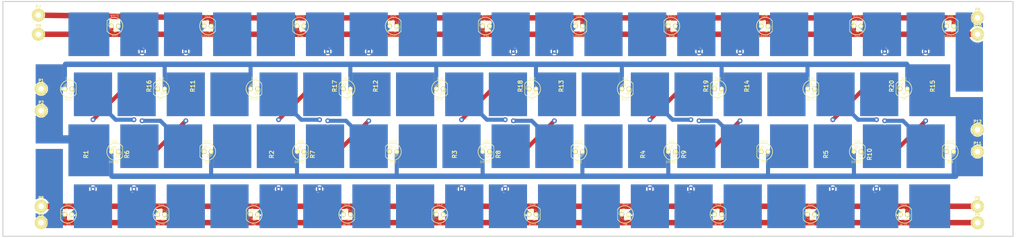
<source format=kicad_pcb>
(kicad_pcb (version 3) (host pcbnew "(22-Jun-2014 BZR 4027)-stable")
  (layers (15 Front signal) (0 Back signal) (18 B.Paste user) (19 F.Paste user) (20 B.SilkS user) (21 F.SilkS user) (22 B.Mask user) (23 F.Mask user) (28 Edge.Cuts user))
  (net 0 "")
  (net 1 /+12V)
  (net 2 /BLUE)
  (net 3 /ORANGE)
  (net 4 /RED)
  (net 5 /WHITE)
  (net 6 N-000001)
  (net 7 N-0000010)
  (net 8 N-0000011)
  (net 9 N-0000012)
  (net 10 N-0000013)
  (net 11 N-0000014)
  (net 12 N-0000015)
  (net 13 N-0000016)
  (net 14 N-0000017)
  (net 15 N-0000018)
  (net 16 N-000002)
  (net 17 N-0000020)
  (net 18 N-0000021)
  (net 19 N-0000022)
  (net 20 N-0000023)
  (net 21 N-0000024)
  (net 22 N-0000025)
  (net 23 N-0000026)
  (net 24 N-0000028)
  (net 25 N-0000029)
  (net 26 N-000003)
  (net 27 N-0000030)
  (net 28 N-0000031)
  (net 29 N-0000032)
  (net 30 N-0000033)
  (net 31 N-0000034)
  (net 32 N-0000035)
  (net 33 N-0000036)
  (net 34 N-0000037)
  (net 35 N-0000038)
  (net 36 N-0000039)
  (net 37 N-000004)
  (net 38 N-0000040)
  (net 39 N-0000041)
  (net 40 N-0000042)
  (net 41 N-000005)
  (net 42 N-000006)
  (net 43 N-000007)
  (net 44 N-000008)
  (net 45 N-000009)
  (module LED-5MM (layer Front) (at 318 100 180)
    (fp_text reference D10 (at 0 -3.81 180) (layer F.SilkS) (effects (font (size 0.762 0.762) (thickness 0.0889))))
    (fp_text value RED (at 0 3.81 180) (layer F.SilkS) (effects (font (size 0.762 0.762) (thickness 0.0889))))
    (pad 1 thru_hole circle (at -1.27 0 180) (size 1.6764 1.6764) (drill 0.8128) (layers *.Cu *.Mask F.SilkS) (net 9 N-0000012))
    (pad 2 thru_hole circle (at 1.27 0 180) (size 1.6764 1.6764) (drill 0.8128) (layers *.Cu *.Mask F.SilkS) (net 4 /RED))
  )
  (module LED-5MM (layer Front) (at 284 54 180)
    (fp_text reference D7 (at 0 -3.81 180) (layer F.SilkS) (effects (font (size 0.762 0.762) (thickness 0.0889))))
    (fp_text value RED (at 0 3.81 180) (layer F.SilkS) (effects (font (size 0.762 0.762) (thickness 0.0889))))
    (pad 1 thru_hole circle (at -1.27 0 180) (size 1.6764 1.6764) (drill 0.8128) (layers *.Cu *.Mask F.SilkS) (net 1 /+12V))
    (pad 2 thru_hole circle (at 1.27 0 180) (size 1.6764 1.6764) (drill 0.8128) (layers *.Cu *.Mask F.SilkS) (net 10 N-0000013))
  )
  (module LED-5MM (layer Front) (at 369 31)
    (fp_text reference D30 (at 0 -3.81) (layer F.SilkS) (effects (font (size 0.762 0.762) (thickness 0.0889))))
    (fp_text value ORANGE (at 0 3.81) (layer F.SilkS) (effects (font (size 0.762 0.762) (thickness 0.0889))))
    (pad 1 thru_hole circle (at -1.27 0) (size 1.6764 1.6764) (drill 0.8128) (layers *.Cu *.Mask F.SilkS) (net 7 N-0000010))
    (pad 2 thru_hole circle (at 1.27 0) (size 1.6764 1.6764) (drill 0.8128) (layers *.Cu *.Mask F.SilkS) (net 3 /ORANGE))
  )
  (module LED-5MM (layer Front) (at 250 100 180)
    (fp_text reference D8 (at 0 -3.81 180) (layer F.SilkS) (effects (font (size 0.762 0.762) (thickness 0.0889))))
    (fp_text value RED (at 0 3.81 180) (layer F.SilkS) (effects (font (size 0.762 0.762) (thickness 0.0889))))
    (pad 1 thru_hole circle (at -1.27 0 180) (size 1.6764 1.6764) (drill 0.8128) (layers *.Cu *.Mask F.SilkS) (net 11 N-0000014))
    (pad 2 thru_hole circle (at 1.27 0 180) (size 1.6764 1.6764) (drill 0.8128) (layers *.Cu *.Mask F.SilkS) (net 4 /RED))
  )
  (module LED-5MM (layer Front) (at 284 100)
    (fp_text reference D18 (at 0 -3.81) (layer F.SilkS) (effects (font (size 0.762 0.762) (thickness 0.0889))))
    (fp_text value BLUE (at 0 3.81) (layer F.SilkS) (effects (font (size 0.762 0.762) (thickness 0.0889))))
    (pad 1 thru_hole circle (at -1.27 0) (size 1.6764 1.6764) (drill 0.8128) (layers *.Cu *.Mask F.SilkS) (net 12 N-0000015))
    (pad 2 thru_hole circle (at 1.27 0) (size 1.6764 1.6764) (drill 0.8128) (layers *.Cu *.Mask F.SilkS) (net 2 /BLUE))
  )
  (module LED-5MM (layer Front) (at 250 54)
    (fp_text reference D17 (at 0 -3.81) (layer F.SilkS) (effects (font (size 0.762 0.762) (thickness 0.0889))))
    (fp_text value BLUE (at 0 3.81) (layer F.SilkS) (effects (font (size 0.762 0.762) (thickness 0.0889))))
    (pad 1 thru_hole circle (at -1.27 0) (size 1.6764 1.6764) (drill 0.8128) (layers *.Cu *.Mask F.SilkS) (net 1 /+12V))
    (pad 2 thru_hole circle (at 1.27 0) (size 1.6764 1.6764) (drill 0.8128) (layers *.Cu *.Mask F.SilkS) (net 13 N-0000016))
  )
  (module LED-5MM (layer Front) (at 335 77)
    (fp_text reference D29 (at 0 -3.81) (layer F.SilkS) (effects (font (size 0.762 0.762) (thickness 0.0889))))
    (fp_text value ORANGE (at 0 3.81) (layer F.SilkS) (effects (font (size 0.762 0.762) (thickness 0.0889))))
    (pad 1 thru_hole circle (at -1.27 0) (size 1.6764 1.6764) (drill 0.8128) (layers *.Cu *.Mask F.SilkS) (net 1 /+12V))
    (pad 2 thru_hole circle (at 1.27 0) (size 1.6764 1.6764) (drill 0.8128) (layers *.Cu *.Mask F.SilkS) (net 45 N-000009))
  )
  (module LED-5MM (layer Front) (at 318 54)
    (fp_text reference D19 (at 0 -3.81) (layer F.SilkS) (effects (font (size 0.762 0.762) (thickness 0.0889))))
    (fp_text value BLUE (at 0 3.81) (layer F.SilkS) (effects (font (size 0.762 0.762) (thickness 0.0889))))
    (pad 1 thru_hole circle (at -1.27 0) (size 1.6764 1.6764) (drill 0.8128) (layers *.Cu *.Mask F.SilkS) (net 1 /+12V))
    (pad 2 thru_hole circle (at 1.27 0) (size 1.6764 1.6764) (drill 0.8128) (layers *.Cu *.Mask F.SilkS) (net 14 N-0000017))
  )
  (module LED-5MM (layer Front) (at 267 77)
    (fp_text reference D27 (at 0 -3.81) (layer F.SilkS) (effects (font (size 0.762 0.762) (thickness 0.0889))))
    (fp_text value ORANGE (at 0 3.81) (layer F.SilkS) (effects (font (size 0.762 0.762) (thickness 0.0889))))
    (pad 1 thru_hole circle (at -1.27 0) (size 1.6764 1.6764) (drill 0.8128) (layers *.Cu *.Mask F.SilkS) (net 1 /+12V))
    (pad 2 thru_hole circle (at 1.27 0) (size 1.6764 1.6764) (drill 0.8128) (layers *.Cu *.Mask F.SilkS) (net 44 N-000008))
  )
  (module LED-5MM (layer Front) (at 352 100)
    (fp_text reference D20 (at 0 -3.81) (layer F.SilkS) (effects (font (size 0.762 0.762) (thickness 0.0889))))
    (fp_text value BLUE (at 0 3.81) (layer F.SilkS) (effects (font (size 0.762 0.762) (thickness 0.0889))))
    (pad 1 thru_hole circle (at -1.27 0) (size 1.6764 1.6764) (drill 0.8128) (layers *.Cu *.Mask F.SilkS) (net 8 N-0000011))
    (pad 2 thru_hole circle (at 1.27 0) (size 1.6764 1.6764) (drill 0.8128) (layers *.Cu *.Mask F.SilkS) (net 2 /BLUE))
  )
  (module LED-5MM (layer Front) (at 165 31)
    (fp_text reference D24 (at 0 -3.81) (layer F.SilkS) (effects (font (size 0.762 0.762) (thickness 0.0889))))
    (fp_text value ORANGE (at 0 3.81) (layer F.SilkS) (effects (font (size 0.762 0.762) (thickness 0.0889))))
    (pad 1 thru_hole circle (at -1.27 0) (size 1.6764 1.6764) (drill 0.8128) (layers *.Cu *.Mask F.SilkS) (net 6 N-000001))
    (pad 2 thru_hole circle (at 1.27 0) (size 1.6764 1.6764) (drill 0.8128) (layers *.Cu *.Mask F.SilkS) (net 3 /ORANGE))
  )
  (module LED-5MM (layer Front) (at 301 31)
    (fp_text reference D28 (at 0 -3.81) (layer F.SilkS) (effects (font (size 0.762 0.762) (thickness 0.0889))))
    (fp_text value ORANGE (at 0 3.81) (layer F.SilkS) (effects (font (size 0.762 0.762) (thickness 0.0889))))
    (pad 1 thru_hole circle (at -1.27 0) (size 1.6764 1.6764) (drill 0.8128) (layers *.Cu *.Mask F.SilkS) (net 43 N-000007))
    (pad 2 thru_hole circle (at 1.27 0) (size 1.6764 1.6764) (drill 0.8128) (layers *.Cu *.Mask F.SilkS) (net 3 /ORANGE))
  )
  (module LED-5MM (layer Front) (at 131 77)
    (fp_text reference D23 (at 0 -3.81) (layer F.SilkS) (effects (font (size 0.762 0.762) (thickness 0.0889))))
    (fp_text value ORANGE (at 0 3.81) (layer F.SilkS) (effects (font (size 0.762 0.762) (thickness 0.0889))))
    (pad 1 thru_hole circle (at -1.27 0) (size 1.6764 1.6764) (drill 0.8128) (layers *.Cu *.Mask F.SilkS) (net 1 /+12V))
    (pad 2 thru_hole circle (at 1.27 0) (size 1.6764 1.6764) (drill 0.8128) (layers *.Cu *.Mask F.SilkS) (net 16 N-000002))
  )
  (module LED-5MM (layer Front) (at 63 77)
    (fp_text reference D21 (at 0 -3.81) (layer F.SilkS) (effects (font (size 0.762 0.762) (thickness 0.0889))))
    (fp_text value ORANGE (at 0 3.81) (layer F.SilkS) (effects (font (size 0.762 0.762) (thickness 0.0889))))
    (pad 1 thru_hole circle (at -1.27 0) (size 1.6764 1.6764) (drill 0.8128) (layers *.Cu *.Mask F.SilkS) (net 1 /+12V))
    (pad 2 thru_hole circle (at 1.27 0) (size 1.6764 1.6764) (drill 0.8128) (layers *.Cu *.Mask F.SilkS) (net 26 N-000003))
  )
  (module LED-5MM (layer Front) (at 233 31)
    (fp_text reference D26 (at 0 -3.81) (layer F.SilkS) (effects (font (size 0.762 0.762) (thickness 0.0889))))
    (fp_text value ORANGE (at 0 3.81) (layer F.SilkS) (effects (font (size 0.762 0.762) (thickness 0.0889))))
    (pad 1 thru_hole circle (at -1.27 0) (size 1.6764 1.6764) (drill 0.8128) (layers *.Cu *.Mask F.SilkS) (net 42 N-000006))
    (pad 2 thru_hole circle (at 1.27 0) (size 1.6764 1.6764) (drill 0.8128) (layers *.Cu *.Mask F.SilkS) (net 3 /ORANGE))
  )
  (module LED-5MM (layer Front) (at 97 31)
    (fp_text reference D22 (at 0 -3.81) (layer F.SilkS) (effects (font (size 0.762 0.762) (thickness 0.0889))))
    (fp_text value ORANGE (at 0 3.81) (layer F.SilkS) (effects (font (size 0.762 0.762) (thickness 0.0889))))
    (pad 1 thru_hole circle (at -1.27 0) (size 1.6764 1.6764) (drill 0.8128) (layers *.Cu *.Mask F.SilkS) (net 37 N-000004))
    (pad 2 thru_hole circle (at 1.27 0) (size 1.6764 1.6764) (drill 0.8128) (layers *.Cu *.Mask F.SilkS) (net 3 /ORANGE))
  )
  (module LED-5MM (layer Front) (at 199 77)
    (fp_text reference D25 (at 0 -3.81) (layer F.SilkS) (effects (font (size 0.762 0.762) (thickness 0.0889))))
    (fp_text value ORANGE (at 0 3.81) (layer F.SilkS) (effects (font (size 0.762 0.762) (thickness 0.0889))))
    (pad 1 thru_hole circle (at -1.27 0) (size 1.6764 1.6764) (drill 0.8128) (layers *.Cu *.Mask F.SilkS) (net 1 /+12V))
    (pad 2 thru_hole circle (at 1.27 0) (size 1.6764 1.6764) (drill 0.8128) (layers *.Cu *.Mask F.SilkS) (net 41 N-000005))
  )
  (module LED-5MM (layer Front) (at 131 31 180)
    (fp_text reference D34 (at 0 -3.81 180) (layer F.SilkS) (effects (font (size 0.762 0.762) (thickness 0.0889))))
    (fp_text value WHITE (at 0 3.81 180) (layer F.SilkS) (effects (font (size 0.762 0.762) (thickness 0.0889))))
    (pad 1 thru_hole circle (at -1.27 0 180) (size 1.6764 1.6764) (drill 0.8128) (layers *.Cu *.Mask F.SilkS) (net 17 N-0000020))
    (pad 2 thru_hole circle (at 1.27 0 180) (size 1.6764 1.6764) (drill 0.8128) (layers *.Cu *.Mask F.SilkS) (net 5 /WHITE))
  )
  (module LED-5MM (layer Front) (at 165 77 180)
    (fp_text reference D33 (at 0 -3.81 180) (layer F.SilkS) (effects (font (size 0.762 0.762) (thickness 0.0889))))
    (fp_text value WHITE (at 0 3.81 180) (layer F.SilkS) (effects (font (size 0.762 0.762) (thickness 0.0889))))
    (pad 1 thru_hole circle (at -1.27 0 180) (size 1.6764 1.6764) (drill 0.8128) (layers *.Cu *.Mask F.SilkS) (net 1 /+12V))
    (pad 2 thru_hole circle (at 1.27 0 180) (size 1.6764 1.6764) (drill 0.8128) (layers *.Cu *.Mask F.SilkS) (net 18 N-0000021))
  )
  (module LED-5MM (layer Front) (at 97 77 180)
    (fp_text reference D31 (at 0 -3.81 180) (layer F.SilkS) (effects (font (size 0.762 0.762) (thickness 0.0889))))
    (fp_text value WHITE (at 0 3.81 180) (layer F.SilkS) (effects (font (size 0.762 0.762) (thickness 0.0889))))
    (pad 1 thru_hole circle (at -1.27 0 180) (size 1.6764 1.6764) (drill 0.8128) (layers *.Cu *.Mask F.SilkS) (net 1 /+12V))
    (pad 2 thru_hole circle (at 1.27 0 180) (size 1.6764 1.6764) (drill 0.8128) (layers *.Cu *.Mask F.SilkS) (net 19 N-0000022))
  )
  (module LED-5MM (layer Front) (at 63 31 180)
    (fp_text reference D32 (at 0 -3.81 180) (layer F.SilkS) (effects (font (size 0.762 0.762) (thickness 0.0889))))
    (fp_text value WHITE (at 0 3.81 180) (layer F.SilkS) (effects (font (size 0.762 0.762) (thickness 0.0889))))
    (pad 1 thru_hole circle (at -1.27 0 180) (size 1.6764 1.6764) (drill 0.8128) (layers *.Cu *.Mask F.SilkS) (net 20 N-0000023))
    (pad 2 thru_hole circle (at 1.27 0 180) (size 1.6764 1.6764) (drill 0.8128) (layers *.Cu *.Mask F.SilkS) (net 5 /WHITE))
  )
  (module LED-5MM (layer Front) (at 233 77 180)
    (fp_text reference D35 (at 0 -3.81 180) (layer F.SilkS) (effects (font (size 0.762 0.762) (thickness 0.0889))))
    (fp_text value WHITE (at 0 3.81 180) (layer F.SilkS) (effects (font (size 0.762 0.762) (thickness 0.0889))))
    (pad 1 thru_hole circle (at -1.27 0 180) (size 1.6764 1.6764) (drill 0.8128) (layers *.Cu *.Mask F.SilkS) (net 1 /+12V))
    (pad 2 thru_hole circle (at 1.27 0 180) (size 1.6764 1.6764) (drill 0.8128) (layers *.Cu *.Mask F.SilkS) (net 21 N-0000024))
  )
  (module LED-5MM (layer Front) (at 199 31 180)
    (fp_text reference D36 (at 0 -3.81 180) (layer F.SilkS) (effects (font (size 0.762 0.762) (thickness 0.0889))))
    (fp_text value WHITE (at 0 3.81 180) (layer F.SilkS) (effects (font (size 0.762 0.762) (thickness 0.0889))))
    (pad 1 thru_hole circle (at -1.27 0 180) (size 1.6764 1.6764) (drill 0.8128) (layers *.Cu *.Mask F.SilkS) (net 22 N-0000025))
    (pad 2 thru_hole circle (at 1.27 0 180) (size 1.6764 1.6764) (drill 0.8128) (layers *.Cu *.Mask F.SilkS) (net 5 /WHITE))
  )
  (module LED-5MM (layer Front) (at 267 31 180)
    (fp_text reference D38 (at 0 -3.81 180) (layer F.SilkS) (effects (font (size 0.762 0.762) (thickness 0.0889))))
    (fp_text value WHITE (at 0 3.81 180) (layer F.SilkS) (effects (font (size 0.762 0.762) (thickness 0.0889))))
    (pad 1 thru_hole circle (at -1.27 0 180) (size 1.6764 1.6764) (drill 0.8128) (layers *.Cu *.Mask F.SilkS) (net 23 N-0000026))
    (pad 2 thru_hole circle (at 1.27 0 180) (size 1.6764 1.6764) (drill 0.8128) (layers *.Cu *.Mask F.SilkS) (net 5 /WHITE))
  )
  (module LED-5MM (layer Front) (at 301 77 180)
    (fp_text reference D37 (at 0 -3.81 180) (layer F.SilkS) (effects (font (size 0.762 0.762) (thickness 0.0889))))
    (fp_text value WHITE (at 0 3.81 180) (layer F.SilkS) (effects (font (size 0.762 0.762) (thickness 0.0889))))
    (pad 1 thru_hole circle (at -1.27 0 180) (size 1.6764 1.6764) (drill 0.8128) (layers *.Cu *.Mask F.SilkS) (net 1 /+12V))
    (pad 2 thru_hole circle (at 1.27 0 180) (size 1.6764 1.6764) (drill 0.8128) (layers *.Cu *.Mask F.SilkS) (net 25 N-0000029))
  )
  (module LED-5MM (layer Front) (at 369 77 180)
    (fp_text reference D39 (at 0 -3.81 180) (layer F.SilkS) (effects (font (size 0.762 0.762) (thickness 0.0889))))
    (fp_text value WHITE (at 0 3.81 180) (layer F.SilkS) (effects (font (size 0.762 0.762) (thickness 0.0889))))
    (pad 1 thru_hole circle (at -1.27 0 180) (size 1.6764 1.6764) (drill 0.8128) (layers *.Cu *.Mask F.SilkS) (net 1 /+12V))
    (pad 2 thru_hole circle (at 1.27 0 180) (size 1.6764 1.6764) (drill 0.8128) (layers *.Cu *.Mask F.SilkS) (net 27 N-0000030))
  )
  (module LED-5MM (layer Front) (at 335 31 180)
    (fp_text reference D40 (at 0 -3.81 180) (layer F.SilkS) (effects (font (size 0.762 0.762) (thickness 0.0889))))
    (fp_text value WHITE (at 0 3.81 180) (layer F.SilkS) (effects (font (size 0.762 0.762) (thickness 0.0889))))
    (pad 1 thru_hole circle (at -1.27 0 180) (size 1.6764 1.6764) (drill 0.8128) (layers *.Cu *.Mask F.SilkS) (net 24 N-0000028))
    (pad 2 thru_hole circle (at 1.27 0 180) (size 1.6764 1.6764) (drill 0.8128) (layers *.Cu *.Mask F.SilkS) (net 5 /WHITE))
  )
  (module LED-5MM (layer Front) (at 148 100)
    (fp_text reference D14 (at 0 -3.81) (layer F.SilkS) (effects (font (size 0.762 0.762) (thickness 0.0889))))
    (fp_text value BLUE (at 0 3.81) (layer F.SilkS) (effects (font (size 0.762 0.762) (thickness 0.0889))))
    (pad 1 thru_hole circle (at -1.27 0) (size 1.6764 1.6764) (drill 0.8128) (layers *.Cu *.Mask F.SilkS) (net 28 N-0000031))
    (pad 2 thru_hole circle (at 1.27 0) (size 1.6764 1.6764) (drill 0.8128) (layers *.Cu *.Mask F.SilkS) (net 2 /BLUE))
  )
  (module LED-5MM (layer Front) (at 114 54)
    (fp_text reference D13 (at 0 -3.81) (layer F.SilkS) (effects (font (size 0.762 0.762) (thickness 0.0889))))
    (fp_text value BLUE (at 0 3.81) (layer F.SilkS) (effects (font (size 0.762 0.762) (thickness 0.0889))))
    (pad 1 thru_hole circle (at -1.27 0) (size 1.6764 1.6764) (drill 0.8128) (layers *.Cu *.Mask F.SilkS) (net 1 /+12V))
    (pad 2 thru_hole circle (at 1.27 0) (size 1.6764 1.6764) (drill 0.8128) (layers *.Cu *.Mask F.SilkS) (net 29 N-0000032))
  )
  (module LED-5MM (layer Front) (at 46 54)
    (fp_text reference D11 (at 0 -3.81) (layer F.SilkS) (effects (font (size 0.762 0.762) (thickness 0.0889))))
    (fp_text value BLUE (at 0 3.81) (layer F.SilkS) (effects (font (size 0.762 0.762) (thickness 0.0889))))
    (pad 1 thru_hole circle (at -1.27 0) (size 1.6764 1.6764) (drill 0.8128) (layers *.Cu *.Mask F.SilkS) (net 1 /+12V))
    (pad 2 thru_hole circle (at 1.27 0) (size 1.6764 1.6764) (drill 0.8128) (layers *.Cu *.Mask F.SilkS) (net 30 N-0000033))
  )
  (module LED-5MM (layer Front) (at 182 54)
    (fp_text reference D15 (at 0 -3.81) (layer F.SilkS) (effects (font (size 0.762 0.762) (thickness 0.0889))))
    (fp_text value BLUE (at 0 3.81) (layer F.SilkS) (effects (font (size 0.762 0.762) (thickness 0.0889))))
    (pad 1 thru_hole circle (at -1.27 0) (size 1.6764 1.6764) (drill 0.8128) (layers *.Cu *.Mask F.SilkS) (net 1 /+12V))
    (pad 2 thru_hole circle (at 1.27 0) (size 1.6764 1.6764) (drill 0.8128) (layers *.Cu *.Mask F.SilkS) (net 32 N-0000035))
  )
  (module LED-5MM (layer Front) (at 216 100)
    (fp_text reference D16 (at 0 -3.81) (layer F.SilkS) (effects (font (size 0.762 0.762) (thickness 0.0889))))
    (fp_text value BLUE (at 0 3.81) (layer F.SilkS) (effects (font (size 0.762 0.762) (thickness 0.0889))))
    (pad 1 thru_hole circle (at -1.27 0) (size 1.6764 1.6764) (drill 0.8128) (layers *.Cu *.Mask F.SilkS) (net 33 N-0000036))
    (pad 2 thru_hole circle (at 1.27 0) (size 1.6764 1.6764) (drill 0.8128) (layers *.Cu *.Mask F.SilkS) (net 2 /BLUE))
  )
  (module LED-5MM (layer Front) (at 182 100 180)
    (fp_text reference D6 (at 0 -3.81 180) (layer F.SilkS) (effects (font (size 0.762 0.762) (thickness 0.0889))))
    (fp_text value RED (at 0 3.81 180) (layer F.SilkS) (effects (font (size 0.762 0.762) (thickness 0.0889))))
    (pad 1 thru_hole circle (at -1.27 0 180) (size 1.6764 1.6764) (drill 0.8128) (layers *.Cu *.Mask F.SilkS) (net 34 N-0000037))
    (pad 2 thru_hole circle (at 1.27 0 180) (size 1.6764 1.6764) (drill 0.8128) (layers *.Cu *.Mask F.SilkS) (net 4 /RED))
  )
  (module LED-5MM (layer Front) (at 216 54 180)
    (fp_text reference D5 (at 0 -3.81 180) (layer F.SilkS) (effects (font (size 0.762 0.762) (thickness 0.0889))))
    (fp_text value RED (at 0 3.81 180) (layer F.SilkS) (effects (font (size 0.762 0.762) (thickness 0.0889))))
    (pad 1 thru_hole circle (at -1.27 0 180) (size 1.6764 1.6764) (drill 0.8128) (layers *.Cu *.Mask F.SilkS) (net 1 /+12V))
    (pad 2 thru_hole circle (at 1.27 0 180) (size 1.6764 1.6764) (drill 0.8128) (layers *.Cu *.Mask F.SilkS) (net 35 N-0000038))
  )
  (module LED-5MM (layer Front) (at 46 100 180)
    (fp_text reference D2 (at 0 -3.81 180) (layer F.SilkS) (effects (font (size 0.762 0.762) (thickness 0.0889))))
    (fp_text value RED (at 0 3.81 180) (layer F.SilkS) (effects (font (size 0.762 0.762) (thickness 0.0889))))
    (pad 1 thru_hole circle (at -1.27 0 180) (size 1.6764 1.6764) (drill 0.8128) (layers *.Cu *.Mask F.SilkS) (net 36 N-0000039))
    (pad 2 thru_hole circle (at 1.27 0 180) (size 1.6764 1.6764) (drill 0.8128) (layers *.Cu *.Mask F.SilkS) (net 4 /RED))
  )
  (module LED-5MM (layer Front) (at 80 54 180)
    (fp_text reference D1 (at 0 -3.81 180) (layer F.SilkS) (effects (font (size 0.762 0.762) (thickness 0.0889))))
    (fp_text value RED (at 0 3.81 180) (layer F.SilkS) (effects (font (size 0.762 0.762) (thickness 0.0889))))
    (pad 1 thru_hole circle (at -1.27 0 180) (size 1.6764 1.6764) (drill 0.8128) (layers *.Cu *.Mask F.SilkS) (net 1 /+12V))
    (pad 2 thru_hole circle (at 1.27 0 180) (size 1.6764 1.6764) (drill 0.8128) (layers *.Cu *.Mask F.SilkS) (net 38 N-0000040))
  )
  (module LED-5MM (layer Front) (at 148 54 180)
    (fp_text reference D3 (at 0 -3.81 180) (layer F.SilkS) (effects (font (size 0.762 0.762) (thickness 0.0889))))
    (fp_text value RED (at 0 3.81 180) (layer F.SilkS) (effects (font (size 0.762 0.762) (thickness 0.0889))))
    (pad 1 thru_hole circle (at -1.27 0 180) (size 1.6764 1.6764) (drill 0.8128) (layers *.Cu *.Mask F.SilkS) (net 1 /+12V))
    (pad 2 thru_hole circle (at 1.27 0 180) (size 1.6764 1.6764) (drill 0.8128) (layers *.Cu *.Mask F.SilkS) (net 39 N-0000041))
  )
  (module LED-5MM (layer Front) (at 114 100 180)
    (fp_text reference D4 (at 0 -3.81 180) (layer F.SilkS) (effects (font (size 0.762 0.762) (thickness 0.0889))))
    (fp_text value RED (at 0 3.81 180) (layer F.SilkS) (effects (font (size 0.762 0.762) (thickness 0.0889))))
    (pad 1 thru_hole circle (at -1.27 0 180) (size 1.6764 1.6764) (drill 0.8128) (layers *.Cu *.Mask F.SilkS) (net 40 N-0000042))
    (pad 2 thru_hole circle (at 1.27 0 180) (size 1.6764 1.6764) (drill 0.8128) (layers *.Cu *.Mask F.SilkS) (net 4 /RED))
  )
  (module LED-5MM (layer Front) (at 80 100)
    (fp_text reference D12 (at 0 -3.81) (layer F.SilkS) (effects (font (size 0.762 0.762) (thickness 0.0889))))
    (fp_text value BLUE (at 0 3.81) (layer F.SilkS) (effects (font (size 0.762 0.762) (thickness 0.0889))))
    (pad 1 thru_hole circle (at -1.27 0) (size 1.6764 1.6764) (drill 0.8128) (layers *.Cu *.Mask F.SilkS) (net 31 N-0000034))
    (pad 2 thru_hole circle (at 1.27 0) (size 1.6764 1.6764) (drill 0.8128) (layers *.Cu *.Mask F.SilkS) (net 2 /BLUE))
  )
  (module LED-5MM (layer Front) (at 352 54 180)
    (fp_text reference D9 (at 0 -3.81 180) (layer F.SilkS) (effects (font (size 0.762 0.762) (thickness 0.0889))))
    (fp_text value RED (at 0 3.81 180) (layer F.SilkS) (effects (font (size 0.762 0.762) (thickness 0.0889))))
    (pad 1 thru_hole circle (at -1.27 0 180) (size 1.6764 1.6764) (drill 0.8128) (layers *.Cu *.Mask F.SilkS) (net 1 /+12V))
    (pad 2 thru_hole circle (at 1.27 0 180) (size 1.6764 1.6764) (drill 0.8128) (layers *.Cu *.Mask F.SilkS) (net 15 N-0000018))
  )
  (module 1pin (layer Front) (at 379 34)
    (fp_text reference P10 (at 0 -3.048) (layer F.SilkS) (effects (font (size 1.016 1.016) (thickness 0.254))))
    (fp_text value CONNECTOR hide)
    (pad 1 thru_hole circle (at 0 0) (size 4.064 4.064) (drill 2) (layers *.Cu *.Mask F.SilkS) (net 5 /WHITE))
  )
  (module 1pin (layer Front) (at 35 34)
    (fp_text reference P9 (at 0 -3.048) (layer F.SilkS) (effects (font (size 1.016 1.016) (thickness 0.254))))
    (fp_text value CONNECTOR hide)
    (pad 1 thru_hole circle (at 0 0) (size 4.064 4.064) (drill 2) (layers *.Cu *.Mask F.SilkS) (net 5 /WHITE))
  )
  (module 1pin (layer Front) (at 379 28)
    (fp_text reference P8 (at 0 -3.048) (layer F.SilkS) (effects (font (size 1.016 1.016) (thickness 0.254))))
    (fp_text value CONNECTOR hide)
    (pad 1 thru_hole circle (at 0 0) (size 4.064 4.064) (drill 2) (layers *.Cu *.Mask F.SilkS) (net 3 /ORANGE))
  )
  (module 1pin (layer Front) (at 35 27)
    (fp_text reference P7 (at 0 -3.048) (layer F.SilkS) (effects (font (size 1.016 1.016) (thickness 0.254))))
    (fp_text value CONNECTOR hide)
    (pad 1 thru_hole circle (at 0 0) (size 4.064 4.064) (drill 2) (layers *.Cu *.Mask F.SilkS) (net 3 /ORANGE))
  )
  (module 1pin (layer Front) (at 379 97)
    (fp_text reference P6 (at 0 -3.048) (layer F.SilkS) (effects (font (size 1.016 1.016) (thickness 0.254))))
    (fp_text value CONNECTOR hide)
    (pad 1 thru_hole circle (at 0 0) (size 4.064 4.064) (drill 2) (layers *.Cu *.Mask F.SilkS) (net 2 /BLUE))
  )
  (module 1pin (layer Front) (at 36 97)
    (fp_text reference P5 (at 0 -3.048) (layer F.SilkS) (effects (font (size 1.016 1.016) (thickness 0.254))))
    (fp_text value CONNECTOR hide)
    (pad 1 thru_hole circle (at 0 0) (size 4.064 4.064) (drill 2) (layers *.Cu *.Mask F.SilkS) (net 2 /BLUE))
  )
  (module 1pin (layer Front) (at 379 103)
    (fp_text reference P4 (at 0 -3.048) (layer F.SilkS) (effects (font (size 1.016 1.016) (thickness 0.254))))
    (fp_text value CONNECTOR hide)
    (pad 1 thru_hole circle (at 0 0) (size 4.064 4.064) (drill 2) (layers *.Cu *.Mask F.SilkS) (net 4 /RED))
  )
  (module 1pin (layer Front) (at 36 103)
    (fp_text reference P3 (at 0 -3.048) (layer F.SilkS) (effects (font (size 1.016 1.016) (thickness 0.254))))
    (fp_text value CONNECTOR hide)
    (pad 1 thru_hole circle (at 0 0) (size 4.064 4.064) (drill 2) (layers *.Cu *.Mask F.SilkS) (net 4 /RED))
  )
  (module 1pin (layer Front) (at 36 62)
    (fp_text reference P2 (at 0 -3.048) (layer F.SilkS) (effects (font (size 1.016 1.016) (thickness 0.254))))
    (fp_text value CONNECTOR hide)
    (pad 1 thru_hole circle (at 0 0) (size 4.064 4.064) (drill 2) (layers *.Cu *.Mask F.SilkS) (net 1 /+12V))
  )
  (module 1pin (layer Front) (at 36 54)
    (fp_text reference P1 (at 0 -3.048) (layer F.SilkS) (effects (font (size 1.016 1.016) (thickness 0.254))))
    (fp_text value CONNECTOR hide)
    (pad 1 thru_hole circle (at 0 0) (size 4.064 4.064) (drill 2) (layers *.Cu *.Mask F.SilkS) (net 1 /+12V))
  )
  (module 1pin (layer Front) (at 379 77)
    (fp_text reference P11 (at 0 -3.048) (layer F.SilkS) (effects (font (size 1.016 1.016) (thickness 0.254))))
    (fp_text value CONNECTOR hide)
    (pad 1 thru_hole circle (at 0 0) (size 4.064 4.064) (drill 2) (layers *.Cu *.Mask F.SilkS) (net 1 /+12V))
  )
  (module 1pin (layer Front) (at 379 69)
    (fp_text reference P12 (at 0 -3.048) (layer F.SilkS) (effects (font (size 1.016 1.016) (thickness 0.254))))
    (fp_text value CONNECTOR hide)
    (pad 1 thru_hole circle (at 0 0) (size 4.064 4.064) (drill 2) (layers *.Cu *.Mask F.SilkS) (net 1 /+12V))
  )
  (module temp10 (layer Front) (at 123 78 270)
    (fp_text reference R2 (at 0 2.54 270) (layer F.SilkS) (effects (font (size 1.524 1.524) (thickness 0.3048))))
    (fp_text value 68 hide)
    (pad 1 thru_hole circle (at -12.7 0 270) (size 1.778 1.778) (drill 0.8128) (layers *.Cu) (net 39 N-0000041))
    (pad 2 thru_hole circle (at 12.7 0 270) (size 1.778 1.778) (drill 0.8128) (layers *.Cu) (net 40 N-0000042))
  )
  (module temp10 (layer Front) (at 360 53 90)
    (fp_text reference R15 (at 0 2.54 90) (layer F.SilkS) (effects (font (size 1.524 1.524) (thickness 0.3048))))
    (fp_text value 68 hide)
    (pad 1 thru_hole circle (at -12.7 0 90) (size 1.778 1.778) (drill 0.8128) (layers *.Cu) (net 45 N-000009))
    (pad 2 thru_hole circle (at 12.7 0 90) (size 1.778 1.778) (drill 0.8128) (layers *.Cu) (net 7 N-0000010))
  )
  (module temp10 (layer Front) (at 292 53 90)
    (fp_text reference R14 (at 0 2.54 90) (layer F.SilkS) (effects (font (size 1.524 1.524) (thickness 0.3048))))
    (fp_text value 68 hide)
    (pad 1 thru_hole circle (at -12.7 0 90) (size 1.778 1.778) (drill 0.8128) (layers *.Cu) (net 44 N-000008))
    (pad 2 thru_hole circle (at 12.7 0 90) (size 1.778 1.778) (drill 0.8128) (layers *.Cu) (net 43 N-000007))
  )
  (module temp10 (layer Front) (at 224 53 90)
    (fp_text reference R13 (at 0 2.54 90) (layer F.SilkS) (effects (font (size 1.524 1.524) (thickness 0.3048))))
    (fp_text value 68 hide)
    (pad 1 thru_hole circle (at -12.7 0 90) (size 1.778 1.778) (drill 0.8128) (layers *.Cu) (net 41 N-000005))
    (pad 2 thru_hole circle (at 12.7 0 90) (size 1.778 1.778) (drill 0.8128) (layers *.Cu) (net 42 N-000006))
  )
  (module temp10 (layer Front) (at 89 53 90)
    (fp_text reference R11 (at 0 2.54 90) (layer F.SilkS) (effects (font (size 1.524 1.524) (thickness 0.3048))))
    (fp_text value 68 hide)
    (pad 1 thru_hole circle (at -12.7 0 90) (size 1.778 1.778) (drill 0.8128) (layers *.Cu) (net 26 N-000003))
    (pad 2 thru_hole circle (at 12.7 0 90) (size 1.778 1.778) (drill 0.8128) (layers *.Cu) (net 37 N-000004))
  )
  (module temp10 (layer Front) (at 156 53 90)
    (fp_text reference R12 (at 0 2.54 90) (layer F.SilkS) (effects (font (size 1.524 1.524) (thickness 0.3048))))
    (fp_text value 68 hide)
    (pad 1 thru_hole circle (at -12.7 0 90) (size 1.778 1.778) (drill 0.8128) (layers *.Cu) (net 16 N-000002))
    (pad 2 thru_hole circle (at 12.7 0 90) (size 1.778 1.778) (drill 0.8128) (layers *.Cu) (net 6 N-000001))
  )
  (module temp10 (layer Front) (at 342 78 270)
    (fp_text reference R10 (at 0 2.54 270) (layer F.SilkS) (effects (font (size 1.524 1.524) (thickness 0.3048))))
    (fp_text value 68 hide)
    (pad 1 thru_hole circle (at -12.7 0 270) (size 1.778 1.778) (drill 0.8128) (layers *.Cu) (net 14 N-0000017))
    (pad 2 thru_hole circle (at 12.7 0 270) (size 1.778 1.778) (drill 0.8128) (layers *.Cu) (net 8 N-0000011))
  )
  (module temp10 (layer Front) (at 274 78 270)
    (fp_text reference R9 (at 0 2.54 270) (layer F.SilkS) (effects (font (size 1.524 1.524) (thickness 0.3048))))
    (fp_text value 68 hide)
    (pad 1 thru_hole circle (at -12.7 0 270) (size 1.778 1.778) (drill 0.8128) (layers *.Cu) (net 13 N-0000016))
    (pad 2 thru_hole circle (at 12.7 0 270) (size 1.778 1.778) (drill 0.8128) (layers *.Cu) (net 12 N-0000015))
  )
  (module temp10 (layer Front) (at 259 78 270)
    (fp_text reference R4 (at 0 2.54 270) (layer F.SilkS) (effects (font (size 1.524 1.524) (thickness 0.3048))))
    (fp_text value 68 hide)
    (pad 1 thru_hole circle (at -12.7 0 270) (size 1.778 1.778) (drill 0.8128) (layers *.Cu) (net 10 N-0000013))
    (pad 2 thru_hole circle (at 12.7 0 270) (size 1.778 1.778) (drill 0.8128) (layers *.Cu) (net 11 N-0000014))
  )
  (module temp10 (layer Front) (at 326 78 270)
    (fp_text reference R5 (at 0 2.54 270) (layer F.SilkS) (effects (font (size 1.524 1.524) (thickness 0.3048))))
    (fp_text value 68 hide)
    (pad 1 thru_hole circle (at -12.7 0 270) (size 1.778 1.778) (drill 0.8128) (layers *.Cu) (net 15 N-0000018))
    (pad 2 thru_hole circle (at 12.7 0 270) (size 1.778 1.778) (drill 0.8128) (layers *.Cu) (net 9 N-0000012))
  )
  (module temp10 (layer Front) (at 141 53 90)
    (fp_text reference R17 (at 0 2.54 90) (layer F.SilkS) (effects (font (size 1.524 1.524) (thickness 0.3048))))
    (fp_text value 68 hide)
    (pad 1 thru_hole circle (at -12.7 0 90) (size 1.778 1.778) (drill 0.8128) (layers *.Cu) (net 18 N-0000021))
    (pad 2 thru_hole circle (at 12.7 0 90) (size 1.778 1.778) (drill 0.8128) (layers *.Cu) (net 17 N-0000020))
  )
  (module temp10 (layer Front) (at 55 78 270)
    (fp_text reference R1 (at 0 2.54 270) (layer F.SilkS) (effects (font (size 1.524 1.524) (thickness 0.3048))))
    (fp_text value 68 hide)
    (pad 1 thru_hole circle (at -12.7 0 270) (size 1.778 1.778) (drill 0.8128) (layers *.Cu) (net 38 N-0000040))
    (pad 2 thru_hole circle (at 12.7 0 270) (size 1.778 1.778) (drill 0.8128) (layers *.Cu) (net 36 N-0000039))
  )
  (module temp10 (layer Front) (at 190 78 270)
    (fp_text reference R3 (at 0 2.54 270) (layer F.SilkS) (effects (font (size 1.524 1.524) (thickness 0.3048))))
    (fp_text value 68 hide)
    (pad 1 thru_hole circle (at -12.7 0 270) (size 1.778 1.778) (drill 0.8128) (layers *.Cu) (net 35 N-0000038))
    (pad 2 thru_hole circle (at 12.7 0 270) (size 1.778 1.778) (drill 0.8128) (layers *.Cu) (net 34 N-0000037))
  )
  (module temp10 (layer Front) (at 206 78 270)
    (fp_text reference R8 (at 0 2.54 270) (layer F.SilkS) (effects (font (size 1.524 1.524) (thickness 0.3048))))
    (fp_text value 68 hide)
    (pad 1 thru_hole circle (at -12.7 0 270) (size 1.778 1.778) (drill 0.8128) (layers *.Cu) (net 32 N-0000035))
    (pad 2 thru_hole circle (at 12.7 0 270) (size 1.778 1.778) (drill 0.8128) (layers *.Cu) (net 33 N-0000036))
  )
  (module temp10 (layer Front) (at 70 78 270)
    (fp_text reference R6 (at 0 2.54 270) (layer F.SilkS) (effects (font (size 1.524 1.524) (thickness 0.3048))))
    (fp_text value 68 hide)
    (pad 1 thru_hole circle (at -12.7 0 270) (size 1.778 1.778) (drill 0.8128) (layers *.Cu) (net 30 N-0000033))
    (pad 2 thru_hole circle (at 12.7 0 270) (size 1.778 1.778) (drill 0.8128) (layers *.Cu) (net 31 N-0000034))
  )
  (module temp10 (layer Front) (at 138 78 270)
    (fp_text reference R7 (at 0 2.54 270) (layer F.SilkS) (effects (font (size 1.524 1.524) (thickness 0.3048))))
    (fp_text value 68 hide)
    (pad 1 thru_hole circle (at -12.7 0 270) (size 1.778 1.778) (drill 0.8128) (layers *.Cu) (net 29 N-0000032))
    (pad 2 thru_hole circle (at 12.7 0 270) (size 1.778 1.778) (drill 0.8128) (layers *.Cu) (net 28 N-0000031))
  )
  (module temp10 (layer Front) (at 345 53 90)
    (fp_text reference R20 (at 0 2.54 90) (layer F.SilkS) (effects (font (size 1.524 1.524) (thickness 0.3048))))
    (fp_text value 68 hide)
    (pad 1 thru_hole circle (at -12.7 0 90) (size 1.778 1.778) (drill 0.8128) (layers *.Cu) (net 27 N-0000030))
    (pad 2 thru_hole circle (at 12.7 0 90) (size 1.778 1.778) (drill 0.8128) (layers *.Cu) (net 24 N-0000028))
  )
  (module temp10 (layer Front) (at 277 53 90)
    (fp_text reference R19 (at 0 2.54 90) (layer F.SilkS) (effects (font (size 1.524 1.524) (thickness 0.3048))))
    (fp_text value 68 hide)
    (pad 1 thru_hole circle (at -12.7 0 90) (size 1.778 1.778) (drill 0.8128) (layers *.Cu) (net 25 N-0000029))
    (pad 2 thru_hole circle (at 12.7 0 90) (size 1.778 1.778) (drill 0.8128) (layers *.Cu) (net 23 N-0000026))
  )
  (module temp10 (layer Front) (at 209 53 90)
    (fp_text reference R18 (at 0 2.54 90) (layer F.SilkS) (effects (font (size 1.524 1.524) (thickness 0.3048))))
    (fp_text value 68 hide)
    (pad 1 thru_hole circle (at -12.7 0 90) (size 1.778 1.778) (drill 0.8128) (layers *.Cu) (net 21 N-0000024))
    (pad 2 thru_hole circle (at 12.7 0 90) (size 1.778 1.778) (drill 0.8128) (layers *.Cu) (net 22 N-0000025))
  )
  (module temp10 (layer Front) (at 73 53 90)
    (fp_text reference R16 (at 0 2.54 90) (layer F.SilkS) (effects (font (size 1.524 1.524) (thickness 0.3048))))
    (fp_text value 68 hide)
    (pad 1 thru_hole circle (at -12.7 0 90) (size 1.778 1.778) (drill 0.8128) (layers *.Cu) (net 19 N-0000022))
    (pad 2 thru_hole circle (at 12.7 0 90) (size 1.778 1.778) (drill 0.8128) (layers *.Cu) (net 20 N-0000023))
  )
  (gr_line (start 392 108) (end 22 108) (angle 90) (layer Edge.Cuts) (width 0.381))
  (gr_line (start 392 22) (end 22 22) (angle 90) (layer Edge.Cuts) (width 0.381))
  (gr_line (start 392 22) (end 392 108) (angle 90) (layer Edge.Cuts) (width 0.381))
  (gr_line (start 22 22) (end 22 108) (angle 90) (layer Edge.Cuts) (width 0.381))
  (segment (start 370.27 77) (end 379 77) (width 1.5) (layer Back) (net 1))
  (segment (start 61.73 77) (end 59 77) (width 1.5) (layer Back) (net 1))
  (segment (start 98.27 77) (end 102 77) (width 1.5) (layer Back) (net 1))
  (segment (start 129.73 77) (end 127 77) (width 1.5) (layer Back) (net 1))
  (segment (start 166.27 77) (end 170 77) (width 1.5) (layer Back) (net 1))
  (segment (start 197.73 77) (end 195 77) (width 1.5) (layer Back) (net 1))
  (segment (start 234.27 77) (end 238 77) (width 1.5) (layer Back) (net 1))
  (segment (start 265.73 77) (end 262 77) (width 1.5) (layer Back) (net 1))
  (segment (start 302.27 77) (end 306 77) (width 1.5) (layer Back) (net 1))
  (segment (start 333.73 77) (end 329 77) (width 1.5) (layer Back) (net 1))
  (segment (start 81.27 54) (end 83 54) (width 1.5) (layer Back) (net 1))
  (segment (start 112.73 54) (end 110 54) (width 1.5) (layer Back) (net 1))
  (segment (start 149.27 54) (end 152 54) (width 1.5) (layer Back) (net 1))
  (segment (start 180.73 54) (end 178 54) (width 1.5) (layer Back) (net 1))
  (segment (start 217.27 54) (end 220 54) (width 1.5) (layer Back) (net 1))
  (segment (start 248.73 54) (end 247 54) (width 1.5) (layer Back) (net 1))
  (segment (start 285.27 54) (end 287 54) (width 1.5) (layer Back) (net 1))
  (segment (start 316.73 54) (end 315 54) (width 1.5) (layer Back) (net 1))
  (segment (start 353.27 54) (end 355 54) (width 1.5) (layer Back) (net 1))
  (segment (start 370.27 77) (end 370.27 86) (width 1.5) (layer Back) (net 1))
  (segment (start 370.27 86) (end 371 86) (width 1.5) (layer Back) (net 1))
  (segment (start 333.73 77) (end 333.73 86) (width 1.5) (layer Back) (net 1))
  (segment (start 333.73 86) (end 334 86) (width 1.5) (layer Back) (net 1))
  (segment (start 302.27 77) (end 302.27 86) (width 1.5) (layer Back) (net 1))
  (segment (start 302.27 86) (end 302 86) (width 1.5) (layer Back) (net 1))
  (segment (start 265.73 77) (end 265.73 86) (width 1.5) (layer Back) (net 1))
  (segment (start 265.73 86) (end 266 86) (width 1.5) (layer Back) (net 1))
  (segment (start 234.27 77) (end 234.27 86) (width 1.5) (layer Back) (net 1))
  (segment (start 234.27 86) (end 234 86) (width 1.5) (layer Back) (net 1))
  (segment (start 197.73 77) (end 197.73 86) (width 1.5) (layer Back) (net 1))
  (segment (start 197.73 86) (end 198 86) (width 1.5) (layer Back) (net 1))
  (segment (start 166.27 77) (end 166.27 86) (width 1.5) (layer Back) (net 1))
  (segment (start 166.27 86) (end 167 86) (width 1.5) (layer Back) (net 1))
  (segment (start 129.73 77) (end 129.73 86) (width 1.5) (layer Back) (net 1))
  (segment (start 129.73 86) (end 130 86) (width 1.5) (layer Back) (net 1))
  (segment (start 98.27 77) (end 98.27 86) (width 1.5) (layer Back) (net 1))
  (segment (start 98.27 86) (end 98 86) (width 1.5) (layer Back) (net 1))
  (segment (start 61.73 77) (end 61.73 86) (width 1.5) (layer Back) (net 1))
  (segment (start 61.73 86) (end 62 86) (width 1.5) (layer Back) (net 1))
  (segment (start 353.27 54) (end 353.27 45) (width 1.5) (layer Back) (net 1))
  (segment (start 353.27 45) (end 353 45) (width 1.5) (layer Back) (net 1))
  (segment (start 316.73 54) (end 316.73 45) (width 1.5) (layer Back) (net 1))
  (segment (start 316.73 45) (end 317 45) (width 1.5) (layer Back) (net 1))
  (segment (start 285.27 54) (end 285.27 45) (width 1.5) (layer Back) (net 1))
  (segment (start 285.27 45) (end 285 45) (width 1.5) (layer Back) (net 1))
  (segment (start 248.73 54) (end 248.73 45) (width 1.5) (layer Back) (net 1))
  (segment (start 248.73 45) (end 249 45) (width 1.5) (layer Back) (net 1))
  (segment (start 217.27 54) (end 217.27 45) (width 1.5) (layer Back) (net 1))
  (segment (start 217.27 45) (end 218 45) (width 1.5) (layer Back) (net 1))
  (segment (start 180.73 54) (end 180.73 45) (width 1.5) (layer Back) (net 1))
  (segment (start 180.73 45) (end 181 45) (width 1.5) (layer Back) (net 1))
  (segment (start 149.27 54) (end 149.27 45) (width 1.5) (layer Back) (net 1))
  (segment (start 149.27 45) (end 149 45) (width 1.5) (layer Back) (net 1))
  (segment (start 112.73 54) (end 112.73 45) (width 1.5) (layer Back) (net 1))
  (segment (start 112.73 45) (end 113 45) (width 1.5) (layer Back) (net 1))
  (segment (start 81.27 54) (end 81.27 45) (width 1.5) (layer Back) (net 1))
  (segment (start 81.27 45) (end 81 45) (width 1.5) (layer Back) (net 1))
  (segment (start 44.73 54) (end 44.73 45) (width 1.5) (layer Back) (net 1))
  (segment (start 44.73 45) (end 45 45) (width 1.5) (layer Back) (net 1))
  (segment (start 62 86) (end 98 86) (width 2) (layer Back) (net 1))
  (segment (start 98 86) (end 130 86) (width 2) (layer Back) (net 1))
  (segment (start 130 86) (end 167 86) (width 2) (layer Back) (net 1))
  (segment (start 167 86) (end 198 86) (width 2) (layer Back) (net 1))
  (segment (start 198 86) (end 234 86) (width 2) (layer Back) (net 1))
  (segment (start 234 86) (end 266 86) (width 2) (layer Back) (net 1))
  (segment (start 266 86) (end 302 86) (width 2) (layer Back) (net 1))
  (segment (start 302 86) (end 334 86) (width 2) (layer Back) (net 1))
  (segment (start 334 86) (end 371 86) (width 2) (layer Back) (net 1))
  (segment (start 45 45) (end 81 45) (width 2) (layer Back) (net 1))
  (segment (start 81 45) (end 113 45) (width 2) (layer Back) (net 1))
  (segment (start 113 45) (end 149 45) (width 2) (layer Back) (net 1))
  (segment (start 149 45) (end 181 45) (width 2) (layer Back) (net 1))
  (segment (start 181 45) (end 218 45) (width 2) (layer Back) (net 1))
  (segment (start 218 45) (end 249 45) (width 2) (layer Back) (net 1))
  (segment (start 249 45) (end 285 45) (width 2) (layer Back) (net 1))
  (segment (start 285 45) (end 317 45) (width 2) (layer Back) (net 1))
  (segment (start 317 45) (end 353 45) (width 2) (layer Back) (net 1))
  (segment (start 81.27 100) (end 83 100) (width 1.5) (layer Back) (net 2))
  (segment (start 149.27 100) (end 152 100) (width 1.5) (layer Back) (net 2))
  (segment (start 217.27 100) (end 218.5 100) (width 1.5) (layer Back) (net 2))
  (segment (start 218.5 100) (end 219 99.5) (width 1.5) (layer Back) (net 2))
  (segment (start 285.27 100) (end 287.25 100) (width 1.5) (layer Back) (net 2))
  (segment (start 287.25 100) (end 287.5 99.75) (width 1.5) (layer Back) (net 2))
  (segment (start 353.27 100) (end 355.75 100) (width 1.5) (layer Back) (net 2))
  (segment (start 353.27 100) (end 353.27 97) (width 1.5) (layer Front) (net 2))
  (segment (start 353.27 97) (end 353 97) (width 1.5) (layer Front) (net 2))
  (segment (start 285.27 100) (end 285.27 97) (width 1.5) (layer Front) (net 2))
  (segment (start 285.27 97) (end 285 97) (width 1.5) (layer Front) (net 2))
  (segment (start 217.27 100) (end 217.27 97) (width 1.5) (layer Front) (net 2))
  (segment (start 217.27 97) (end 218 97) (width 1.5) (layer Front) (net 2))
  (segment (start 149.27 100) (end 149.27 97) (width 1.5) (layer Front) (net 2))
  (segment (start 149.27 97) (end 149 97) (width 1.5) (layer Front) (net 2))
  (segment (start 81.27 100) (end 81.27 97) (width 1.5) (layer Front) (net 2))
  (segment (start 81.27 97) (end 81 97) (width 1.5) (layer Front) (net 2))
  (segment (start 36 97) (end 81 97) (width 2) (layer Front) (net 2))
  (segment (start 81 97) (end 149 97) (width 2) (layer Front) (net 2))
  (segment (start 149 97) (end 218 97) (width 2) (layer Front) (net 2))
  (segment (start 218 97) (end 285 97) (width 2) (layer Front) (net 2))
  (segment (start 285 97) (end 353 97) (width 2) (layer Front) (net 2))
  (segment (start 353 97) (end 379 97) (width 2) (layer Front) (net 2))
  (segment (start 370.27 31) (end 373 31) (width 1.5) (layer Back) (net 3))
  (segment (start 370.27 31) (end 370.27 28) (width 1.5) (layer Front) (net 3))
  (segment (start 370.27 28) (end 370 28) (width 1.5) (layer Front) (net 3))
  (segment (start 302.27 31) (end 304 31) (width 1.5) (layer Back) (net 3))
  (segment (start 98.27 31) (end 100 31) (width 1.5) (layer Back) (net 3))
  (segment (start 166.27 31) (end 168 31) (width 1.5) (layer Back) (net 3))
  (segment (start 234.27 31) (end 236 31) (width 1.5) (layer Back) (net 3))
  (segment (start 302.27 31) (end 302.27 28) (width 1.5) (layer Front) (net 3))
  (segment (start 302.27 28) (end 302 28) (width 1.5) (layer Front) (net 3))
  (segment (start 234.27 31) (end 234.27 28) (width 1.5) (layer Front) (net 3))
  (segment (start 234.27 28) (end 234 28) (width 1.5) (layer Front) (net 3))
  (segment (start 166.27 31) (end 166.27 28) (width 1.5) (layer Front) (net 3))
  (segment (start 166.27 28) (end 166 28) (width 1.5) (layer Front) (net 3))
  (segment (start 98.27 31) (end 98.27 28) (width 1.5) (layer Front) (net 3))
  (segment (start 98.27 28) (end 98 28) (width 1.5) (layer Front) (net 3))
  (segment (start 35 27) (end 98 28) (width 2) (layer Front) (net 3))
  (segment (start 98 28) (end 166 28) (width 2) (layer Front) (net 3))
  (segment (start 166 28) (end 234 28) (width 2) (layer Front) (net 3))
  (segment (start 234 28) (end 302 28) (width 2) (layer Front) (net 3))
  (segment (start 302 28) (end 370 28) (width 2) (layer Front) (net 3))
  (segment (start 370 28) (end 371 28) (width 2) (layer Front) (net 3))
  (segment (start 371 28) (end 379 28) (width 2) (layer Front) (net 3))
  (segment (start 44.73 100) (end 41 100) (width 1.5) (layer Back) (net 4))
  (segment (start 112.73 100) (end 110.5 100) (width 1.5) (layer Back) (net 4))
  (segment (start 110.5 100) (end 110.25 99.75) (width 1.5) (layer Back) (net 4))
  (segment (start 180.73 100) (end 178.75 100) (width 1.5) (layer Back) (net 4))
  (segment (start 178.75 100) (end 178.5 100.25) (width 1.5) (layer Back) (net 4))
  (segment (start 248.73 100) (end 246 100) (width 1.5) (layer Back) (net 4))
  (segment (start 246 100) (end 245.75 100.25) (width 1.5) (layer Back) (net 4))
  (segment (start 316.73 100) (end 314.75 100) (width 1.5) (layer Back) (net 4))
  (segment (start 314.75 100) (end 314.5 100.25) (width 1.5) (layer Back) (net 4))
  (segment (start 316.73 100) (end 316.73 103) (width 1.5) (layer Front) (net 4))
  (segment (start 316.73 103) (end 317 103) (width 1.5) (layer Front) (net 4))
  (segment (start 248.73 100) (end 248.73 103) (width 1.5) (layer Front) (net 4))
  (segment (start 248.73 103) (end 249 103) (width 1.5) (layer Front) (net 4))
  (segment (start 180.73 100) (end 180.73 103) (width 1.5) (layer Front) (net 4))
  (segment (start 180.73 103) (end 181 103) (width 1.5) (layer Front) (net 4))
  (segment (start 112.73 100) (end 112.73 103) (width 1.5) (layer Front) (net 4))
  (segment (start 112.73 103) (end 113 103) (width 1.5) (layer Front) (net 4))
  (segment (start 44.73 100) (end 44.73 103) (width 1.5) (layer Front) (net 4))
  (segment (start 44.73 103) (end 45 103) (width 1.5) (layer Front) (net 4))
  (segment (start 379 103) (end 317 103) (width 2) (layer Front) (net 4))
  (segment (start 317 103) (end 249 103) (width 2) (layer Front) (net 4))
  (segment (start 249 103) (end 181 103) (width 2) (layer Front) (net 4))
  (segment (start 181 103) (end 113 103) (width 2) (layer Front) (net 4))
  (segment (start 113 103) (end 45 103) (width 2) (layer Front) (net 4))
  (segment (start 45 103) (end 36 103) (width 2) (layer Front) (net 4))
  (segment (start 61.73 31) (end 59 31) (width 1.5) (layer Back) (net 5))
  (segment (start 333.73 31) (end 332 31) (width 1.5) (layer Back) (net 5))
  (segment (start 129.73 31) (end 128 31) (width 1.5) (layer Back) (net 5))
  (segment (start 197.73 31) (end 196 31) (width 1.5) (layer Back) (net 5))
  (segment (start 265.73 31) (end 264 31) (width 1.5) (layer Back) (net 5))
  (segment (start 333.73 31) (end 333.73 34) (width 1.5) (layer Front) (net 5))
  (segment (start 333.73 34) (end 334 34) (width 1.5) (layer Front) (net 5))
  (segment (start 265.73 31) (end 265.73 34) (width 1.5) (layer Front) (net 5))
  (segment (start 265.73 34) (end 266 34) (width 1.5) (layer Front) (net 5))
  (segment (start 197.73 31) (end 197.73 34) (width 1.5) (layer Front) (net 5))
  (segment (start 197.73 34) (end 198 34) (width 1.5) (layer Front) (net 5))
  (segment (start 129.73 31) (end 129.73 34) (width 1.5) (layer Front) (net 5))
  (segment (start 130 33) (end 130 34) (width 1.5) (layer Front) (net 5))
  (segment (start 130 33.73) (end 130 33) (width 1.5) (layer Front) (net 5))
  (segment (start 129.73 34) (end 130 33.73) (width 1.5) (layer Front) (net 5))
  (segment (start 61.73 31) (end 61.73 34) (width 1.5) (layer Front) (net 5))
  (segment (start 61.73 34) (end 62 34) (width 1.5) (layer Front) (net 5))
  (segment (start 35 34) (end 62 34) (width 2) (layer Front) (net 5))
  (segment (start 62 34) (end 130 34) (width 2) (layer Front) (net 5))
  (segment (start 130 34) (end 198 34) (width 2) (layer Front) (net 5))
  (segment (start 198 34) (end 266 34) (width 2) (layer Front) (net 5))
  (segment (start 266 34) (end 334 34) (width 2) (layer Front) (net 5))
  (segment (start 334 34) (end 379 34) (width 2) (layer Front) (net 5))
  (segment (start 163.73 31) (end 162 31) (width 1.5) (layer Back) (net 6))
  (segment (start 156 40.3) (end 156 38.73) (width 1.5) (layer Back) (net 6))
  (segment (start 156 38.73) (end 163.73 31) (width 1.5) (layer Back) (net 6))
  (segment (start 360 40.3) (end 360 38.73) (width 1.5) (layer Back) (net 7))
  (segment (start 360 38.73) (end 367.73 31) (width 1.5) (layer Back) (net 7))
  (segment (start 367.73 31) (end 366 31) (width 1.5) (layer Back) (net 7))
  (segment (start 342 90.7) (end 342 91.27) (width 1.5) (layer Back) (net 8))
  (segment (start 342 91.27) (end 350.73 100) (width 1.5) (layer Back) (net 8))
  (segment (start 326 90.7) (end 326 93.27) (width 1.5) (layer Back) (net 9))
  (segment (start 326 93.27) (end 319.27 100) (width 1.5) (layer Back) (net 9))
  (segment (start 282.73 54) (end 281 54) (width 1.5) (layer Back) (net 10))
  (segment (start 282.73 54) (end 270.3 54) (width 1.5) (layer Front) (net 10))
  (segment (start 270.3 54) (end 259 65.3) (width 1.5) (layer Front) (net 10))
  (segment (start 259 90.7) (end 259 92.27) (width 1.5) (layer Back) (net 11))
  (segment (start 259 92.27) (end 251.27 100) (width 1.5) (layer Back) (net 11))
  (segment (start 274 90.7) (end 274 91.27) (width 1.5) (layer Back) (net 12))
  (segment (start 274 91.27) (end 282.73 100) (width 1.5) (layer Back) (net 12))
  (segment (start 274 65.3) (end 267.3 65.3) (width 1.5) (layer Back) (net 13))
  (segment (start 256 54) (end 251.27 54) (width 1.5) (layer Back) (net 13))
  (segment (start 267.3 65.3) (end 256 54) (width 1.5) (layer Back) (net 13))
  (segment (start 342 65.3) (end 335.3 65.3) (width 1.5) (layer Back) (net 14))
  (segment (start 324 54) (end 319.27 54) (width 1.5) (layer Back) (net 14))
  (segment (start 335.3 65.3) (end 324 54) (width 1.5) (layer Back) (net 14))
  (segment (start 350.73 54) (end 349 54) (width 1.5) (layer Back) (net 15))
  (segment (start 350.73 54) (end 337.3 54) (width 1.5) (layer Front) (net 15))
  (segment (start 337.3 54) (end 326 65.3) (width 1.5) (layer Front) (net 15))
  (segment (start 132.27 77) (end 136 77) (width 1.5) (layer Back) (net 16))
  (segment (start 132.27 77) (end 144.7 77) (width 1.5) (layer Front) (net 16))
  (segment (start 144.7 77) (end 156 65.7) (width 1.5) (layer Front) (net 16))
  (segment (start 132.27 31) (end 134 31) (width 1.5) (layer Back) (net 17))
  (segment (start 141 40.3) (end 141 39.73) (width 1.5) (layer Back) (net 17))
  (segment (start 141 39.73) (end 132.27 31) (width 1.5) (layer Back) (net 17))
  (segment (start 141 65.7) (end 147.7 65.7) (width 1.5) (layer Back) (net 18))
  (segment (start 159 77) (end 163.73 77) (width 1.5) (layer Back) (net 18))
  (segment (start 147.7 65.7) (end 159 77) (width 1.5) (layer Back) (net 18))
  (segment (start 73 65.7) (end 79.7 65.7) (width 1.5) (layer Back) (net 19))
  (segment (start 91 77) (end 95.73 77) (width 1.5) (layer Back) (net 19))
  (segment (start 79.7 65.7) (end 91 77) (width 1.5) (layer Back) (net 19))
  (segment (start 64.27 31) (end 66 31) (width 1.5) (layer Back) (net 20))
  (segment (start 73 40.3) (end 73 39.73) (width 1.5) (layer Back) (net 20))
  (segment (start 73 39.73) (end 64.27 31) (width 1.5) (layer Back) (net 20))
  (segment (start 209 65.7) (end 215.7 65.7) (width 1.5) (layer Back) (net 21))
  (segment (start 227 77) (end 231.73 77) (width 1.5) (layer Back) (net 21))
  (segment (start 215.7 65.7) (end 227 77) (width 1.5) (layer Back) (net 21))
  (segment (start 200.27 31) (end 202 31) (width 1.5) (layer Back) (net 22))
  (segment (start 209 40.3) (end 209 39.73) (width 1.5) (layer Back) (net 22))
  (segment (start 209 39.73) (end 200.27 31) (width 1.5) (layer Back) (net 22))
  (segment (start 268.27 31) (end 270 31) (width 1.5) (layer Back) (net 23))
  (segment (start 277 40.3) (end 277 39.73) (width 1.5) (layer Back) (net 23))
  (segment (start 277 39.73) (end 268.27 31) (width 1.5) (layer Back) (net 23))
  (segment (start 336.27 31) (end 339 31) (width 1.5) (layer Back) (net 24))
  (segment (start 345 40.3) (end 345 39.73) (width 1.5) (layer Back) (net 24))
  (segment (start 345 39.73) (end 336.27 31) (width 1.5) (layer Back) (net 24))
  (segment (start 277 65.7) (end 283.7 65.7) (width 1.5) (layer Back) (net 25))
  (segment (start 295 77) (end 299.73 77) (width 1.5) (layer Back) (net 25))
  (segment (start 283.7 65.7) (end 295 77) (width 1.5) (layer Back) (net 25))
  (segment (start 64.27 77) (end 67 77) (width 1.5) (layer Back) (net 26))
  (segment (start 64.27 77) (end 77.7 77) (width 1.5) (layer Front) (net 26))
  (segment (start 77.7 77) (end 89 65.7) (width 1.5) (layer Front) (net 26))
  (segment (start 345 65.7) (end 351.7 65.7) (width 1.5) (layer Back) (net 27))
  (segment (start 363 77) (end 367.73 77) (width 1.5) (layer Back) (net 27))
  (segment (start 351.7 65.7) (end 363 77) (width 1.5) (layer Back) (net 27))
  (segment (start 138 90.7) (end 138 91.27) (width 1.5) (layer Back) (net 28))
  (segment (start 138 91.27) (end 146.73 100) (width 1.5) (layer Back) (net 28))
  (segment (start 138 65.3) (end 131.3 65.3) (width 1.5) (layer Back) (net 29))
  (segment (start 120 54) (end 115.27 54) (width 1.5) (layer Back) (net 29))
  (segment (start 131.3 65.3) (end 120 54) (width 1.5) (layer Back) (net 29))
  (segment (start 70 65.3) (end 63.3 65.3) (width 1.5) (layer Back) (net 30))
  (segment (start 52 54) (end 47.27 54) (width 1.5) (layer Back) (net 30))
  (segment (start 63.3 65.3) (end 52 54) (width 1.5) (layer Back) (net 30))
  (segment (start 70 90.7) (end 70 91.27) (width 1.5) (layer Back) (net 31))
  (segment (start 70 91.27) (end 78.73 100) (width 1.5) (layer Back) (net 31))
  (segment (start 206 65.3) (end 199.3 65.3) (width 1.5) (layer Back) (net 32))
  (segment (start 188 54) (end 183.27 54) (width 1.5) (layer Back) (net 32))
  (segment (start 199.3 65.3) (end 188 54) (width 1.5) (layer Back) (net 32))
  (segment (start 206 90.7) (end 206 91.27) (width 1.5) (layer Back) (net 33))
  (segment (start 206 91.27) (end 214.73 100) (width 1.5) (layer Back) (net 33))
  (segment (start 190 90.7) (end 190 93.27) (width 1.5) (layer Back) (net 34))
  (segment (start 190 93.27) (end 183.27 100) (width 1.5) (layer Back) (net 34))
  (segment (start 214.73 54) (end 212 54) (width 1.5) (layer Back) (net 35))
  (segment (start 214.73 54) (end 201.3 54) (width 1.5) (layer Front) (net 35))
  (segment (start 201.3 54) (end 190 65.3) (width 1.5) (layer Front) (net 35))
  (segment (start 55 90.7) (end 55 92.27) (width 1.5) (layer Back) (net 36))
  (segment (start 55 92.27) (end 47.27 100) (width 1.5) (layer Back) (net 36))
  (segment (start 95.73 31) (end 94 31) (width 1.5) (layer Back) (net 37))
  (segment (start 89 40.3) (end 89 37.73) (width 1.5) (layer Back) (net 37))
  (segment (start 89 37.73) (end 95.73 31) (width 1.5) (layer Back) (net 37))
  (segment (start 78.73 54) (end 76 54) (width 1.5) (layer Back) (net 38))
  (segment (start 78.73 54) (end 66.3 54) (width 1.5) (layer Front) (net 38))
  (segment (start 66.3 54) (end 55 65.3) (width 1.5) (layer Front) (net 38))
  (segment (start 146.73 54) (end 145 54) (width 1.5) (layer Back) (net 39))
  (segment (start 145 54) (end 144 53) (width 1.5) (layer Back) (net 39))
  (segment (start 146.73 54) (end 134.3 54) (width 1.5) (layer Front) (net 39))
  (segment (start 134.3 54) (end 123 65.3) (width 1.5) (layer Front) (net 39))
  (segment (start 123 90.7) (end 123 92.27) (width 1.5) (layer Back) (net 40))
  (segment (start 123 92.27) (end 115.27 100) (width 1.5) (layer Back) (net 40))
  (segment (start 200.27 77) (end 203 77) (width 1.5) (layer Back) (net 41))
  (segment (start 200.27 77) (end 212.7 77) (width 1.5) (layer Front) (net 41))
  (segment (start 212.7 77) (end 224 65.7) (width 1.5) (layer Front) (net 41))
  (segment (start 231.73 31) (end 230 31) (width 1.5) (layer Back) (net 42))
  (segment (start 224 40.3) (end 224 38.73) (width 1.5) (layer Back) (net 42))
  (segment (start 224 38.73) (end 231.73 31) (width 1.5) (layer Back) (net 42))
  (segment (start 299.73 31) (end 298 31) (width 1.5) (layer Back) (net 43))
  (segment (start 292 40.3) (end 292 38.73) (width 1.5) (layer Back) (net 43))
  (segment (start 292 38.73) (end 299.73 31) (width 1.5) (layer Back) (net 43))
  (segment (start 268.27 77) (end 271 77) (width 1.5) (layer Back) (net 44))
  (segment (start 268.27 77) (end 280.7 77) (width 1.5) (layer Front) (net 44))
  (segment (start 280.7 77) (end 292 65.7) (width 1.5) (layer Front) (net 44))
  (segment (start 336.27 77) (end 339 77) (width 1.5) (layer Back) (net 45))
  (segment (start 336.27 77) (end 348.7 77) (width 1.5) (layer Front) (net 45))
  (segment (start 348.7 77) (end 360 65.7) (width 1.5) (layer Front) (net 45))
  (zone (net 30) (net_name N-0000033) (layer Back) (connect_pads (clearance 0.5)) (min_thickness 0.254) (fill (arc_segments 16) (thermal_gap 0.508) (thermal_bridge_width 0.508))
    (polygon (pts (xy 62 64) (xy 48 64) (xy 48 48) (xy 62 48)))
  )
  (zone (net 15) (net_name N-0000018) (layer Back) (connect_pads (clearance 0.5)) (min_thickness 0.254) (fill (arc_segments 16) (thermal_gap 0.508) (thermal_bridge_width 0.508))
    (polygon (pts (xy 350 64) (xy 336 64) (xy 336 48) (xy 350 48)))
  )
  (zone (net 1) (net_name /+12V) (layer Back) (connect_pads (clearance 0.5)) (min_thickness 0.254) (fill (arc_segments 16) (thermal_gap 0.508) (thermal_bridge_width 0.508))
    (polygon (pts (xy 96 64) (xy 82 64) (xy 82 48) (xy 96 48)))
  )
  (zone (net 38) (net_name N-0000040) (layer Back) (connect_pads (clearance 0.5)) (min_thickness 0.254) (fill (arc_segments 16) (thermal_gap 0.508) (thermal_bridge_width 0.508))
    (polygon (pts (xy 78 64) (xy 64 64) (xy 64 48) (xy 78 48)))
  )
  (zone (net 14) (net_name N-0000017) (layer Back) (connect_pads (clearance 0.5)) (min_thickness 0.254) (fill (arc_segments 16) (thermal_gap 0.508) (thermal_bridge_width 0.508))
    (polygon (pts (xy 334 64) (xy 320 64) (xy 320 48) (xy 334 48)))
  )
  (zone (net 1) (net_name /+12V) (layer Back) (connect_pads (clearance 0.5)) (min_thickness 0.254) (fill (arc_segments 16) (thermal_gap 0.508) (thermal_bridge_width 0.508))
    (polygon (pts (xy 316 64) (xy 302 64) (xy 302 48) (xy 316 48)))
  )
  (zone (net 1) (net_name /+12V) (layer Back) (connect_pads (clearance 0.5)) (min_thickness 0.254) (fill (arc_segments 16) (thermal_gap 0.508) (thermal_bridge_width 0.508))
    (polygon (pts (xy 300 64) (xy 286 64) (xy 286 48) (xy 300 48)))
  )
  (zone (net 10) (net_name N-0000013) (layer Back) (connect_pads (clearance 0.5)) (min_thickness 0.254) (fill (arc_segments 16) (thermal_gap 0.508) (thermal_bridge_width 0.508))
    (polygon (pts (xy 282 64) (xy 268 64) (xy 268 48) (xy 282 48)))
  )
  (zone (net 13) (net_name N-0000016) (layer Back) (connect_pads (clearance 0.5)) (min_thickness 0.254) (fill (arc_segments 16) (thermal_gap 0.508) (thermal_bridge_width 0.508))
    (polygon (pts (xy 266 64) (xy 252 64) (xy 252 48) (xy 266 48)))
  )
  (zone (net 1) (net_name /+12V) (layer Back) (connect_pads (clearance 0.5)) (min_thickness 0.254) (fill (arc_segments 16) (thermal_gap 0.508) (thermal_bridge_width 0.508))
    (polygon (pts (xy 248 64) (xy 234 64) (xy 234 48) (xy 248 48)))
  )
  (zone (net 1) (net_name /+12V) (layer Back) (connect_pads (clearance 0.5)) (min_thickness 0.254) (fill (arc_segments 16) (thermal_gap 0.508) (thermal_bridge_width 0.508))
    (polygon (pts (xy 232 64) (xy 218 64) (xy 218 48) (xy 232 48)))
  )
  (zone (net 35) (net_name N-0000038) (layer Back) (connect_pads (clearance 0.5)) (min_thickness 0.254) (fill (arc_segments 16) (thermal_gap 0.508) (thermal_bridge_width 0.508))
    (polygon (pts (xy 214 64) (xy 200 64) (xy 200 48) (xy 214 48)))
  )
  (zone (net 32) (net_name N-0000035) (layer Back) (connect_pads (clearance 0.5)) (min_thickness 0.254) (fill (arc_segments 16) (thermal_gap 0.508) (thermal_bridge_width 0.508))
    (polygon (pts (xy 198 64) (xy 184 64) (xy 184 48) (xy 198 48)))
  )
  (zone (net 1) (net_name /+12V) (layer Back) (connect_pads (clearance 0.5)) (min_thickness 0.254) (fill (arc_segments 16) (thermal_gap 0.508) (thermal_bridge_width 0.508))
    (polygon (pts (xy 180 64) (xy 166 64) (xy 166 48) (xy 180 48)))
  )
  (zone (net 1) (net_name /+12V) (layer Back) (connect_pads (clearance 0.5)) (min_thickness 0.254) (fill (arc_segments 16) (thermal_gap 0.508) (thermal_bridge_width 0.508))
    (polygon (pts (xy 164 64) (xy 150 64) (xy 150 48) (xy 164 48)))
  )
  (zone (net 39) (net_name N-0000041) (layer Back) (connect_pads (clearance 0.5)) (min_thickness 0.254) (fill (arc_segments 16) (thermal_gap 0.508) (thermal_bridge_width 0.508))
    (polygon (pts (xy 146 64) (xy 132 64) (xy 132 48) (xy 146 48)))
  )
  (zone (net 29) (net_name N-0000032) (layer Back) (connect_pads (clearance 0.5)) (min_thickness 0.254) (fill (arc_segments 16) (thermal_gap 0.508) (thermal_bridge_width 0.508))
    (polygon (pts (xy 130 64) (xy 116 64) (xy 116 48) (xy 130 48)))
  )
  (zone (net 1) (net_name /+12V) (layer Back) (connect_pads (clearance 0.5)) (min_thickness 0.254) (fill (arc_segments 16) (thermal_gap 0.508) (thermal_bridge_width 0.508))
    (polygon (pts (xy 112 64) (xy 98 64) (xy 98 48) (xy 112 48)))
  )
  (zone (net 26) (net_name N-000003) (layer Back) (connect_pads (clearance 0.5)) (min_thickness 0.254) (fill (arc_segments 16) (thermal_gap 0.508) (thermal_bridge_width 0.508))
    (polygon (pts (xy 79 83) (xy 65 83) (xy 65 67) (xy 79 67)))
  )
  (zone (net 27) (net_name N-0000030) (layer Back) (connect_pads (clearance 0.5)) (min_thickness 0.254) (fill (arc_segments 16) (thermal_gap 0.508) (thermal_bridge_width 0.508))
    (polygon (pts (xy 367 83) (xy 353 83) (xy 353 67) (xy 367 67)))
  )
  (zone (net 1) (net_name /+12V) (layer Back) (connect_pads (clearance 0.5)) (min_thickness 0.254) (fill (arc_segments 16) (thermal_gap 0.508) (thermal_bridge_width 0.508))
    (polygon (pts (xy 113 83) (xy 99 83) (xy 99 67) (xy 113 67)))
  )
  (zone (net 19) (net_name N-0000022) (layer Back) (connect_pads (clearance 0.5)) (min_thickness 0.254) (fill (arc_segments 16) (thermal_gap 0.508) (thermal_bridge_width 0.508))
    (polygon (pts (xy 95 83) (xy 81 83) (xy 81 67) (xy 95 67)))
  )
  (zone (net 45) (net_name N-000009) (layer Back) (connect_pads (clearance 0.5)) (min_thickness 0.254) (fill (arc_segments 16) (thermal_gap 0.508) (thermal_bridge_width 0.508))
    (polygon (pts (xy 351 83) (xy 337 83) (xy 337 67) (xy 351 67)))
  )
  (zone (net 1) (net_name /+12V) (layer Back) (connect_pads (clearance 0.5)) (min_thickness 0.254) (fill (arc_segments 16) (thermal_gap 0.508) (thermal_bridge_width 0.508))
    (polygon (pts (xy 333 83) (xy 319 83) (xy 319 67) (xy 333 67)))
  )
  (zone (net 1) (net_name /+12V) (layer Back) (connect_pads (clearance 0.5)) (min_thickness 0.254) (fill (arc_segments 16) (thermal_gap 0.508) (thermal_bridge_width 0.508))
    (polygon (pts (xy 317 83) (xy 303 83) (xy 303 67) (xy 317 67)))
  )
  (zone (net 25) (net_name N-0000029) (layer Back) (connect_pads (clearance 0.5)) (min_thickness 0.254) (fill (arc_segments 16) (thermal_gap 0.508) (thermal_bridge_width 0.508))
    (polygon (pts (xy 299 83) (xy 285 83) (xy 285 67) (xy 299 67)))
  )
  (zone (net 44) (net_name N-000008) (layer Back) (connect_pads (clearance 0.5)) (min_thickness 0.254) (fill (arc_segments 16) (thermal_gap 0.508) (thermal_bridge_width 0.508))
    (polygon (pts (xy 283 83) (xy 269 83) (xy 269 67) (xy 283 67)))
  )
  (zone (net 1) (net_name /+12V) (layer Back) (connect_pads (clearance 0.5)) (min_thickness 0.254) (fill (arc_segments 16) (thermal_gap 0.508) (thermal_bridge_width 0.508))
    (polygon (pts (xy 265 83) (xy 251 83) (xy 251 67) (xy 265 67)))
  )
  (zone (net 1) (net_name /+12V) (layer Back) (connect_pads (clearance 0.5)) (min_thickness 0.254) (fill (arc_segments 16) (thermal_gap 0.508) (thermal_bridge_width 0.508))
    (polygon (pts (xy 249 83) (xy 235 83) (xy 235 67) (xy 249 67)))
  )
  (zone (net 21) (net_name N-0000024) (layer Back) (connect_pads (clearance 0.5)) (min_thickness 0.254) (fill (arc_segments 16) (thermal_gap 0.508) (thermal_bridge_width 0.508))
    (polygon (pts (xy 231 83) (xy 217 83) (xy 217 67) (xy 231 67)))
  )
  (zone (net 41) (net_name N-000005) (layer Back) (connect_pads (clearance 0.5)) (min_thickness 0.254) (fill (arc_segments 16) (thermal_gap 0.508) (thermal_bridge_width 0.508))
    (polygon (pts (xy 215 83) (xy 201 83) (xy 201 67) (xy 215 67)))
  )
  (zone (net 1) (net_name /+12V) (layer Back) (connect_pads (clearance 0.5)) (min_thickness 0.254) (fill (arc_segments 16) (thermal_gap 0.508) (thermal_bridge_width 0.508))
    (polygon (pts (xy 197 83) (xy 183 83) (xy 183 67) (xy 197 67)))
  )
  (zone (net 1) (net_name /+12V) (layer Back) (connect_pads (clearance 0.5)) (min_thickness 0.254) (fill (arc_segments 16) (thermal_gap 0.508) (thermal_bridge_width 0.508))
    (polygon (pts (xy 181 83) (xy 167 83) (xy 167 67) (xy 181 67)))
  )
  (zone (net 18) (net_name N-0000021) (layer Back) (connect_pads (clearance 0.5)) (min_thickness 0.254) (fill (arc_segments 16) (thermal_gap 0.508) (thermal_bridge_width 0.508))
    (polygon (pts (xy 163 83) (xy 149 83) (xy 149 67) (xy 163 67)))
  )
  (zone (net 16) (net_name N-000002) (layer Back) (connect_pads (clearance 0.5)) (min_thickness 0.254) (fill (arc_segments 16) (thermal_gap 0.508) (thermal_bridge_width 0.508))
    (polygon (pts (xy 147 83) (xy 133 83) (xy 133 67) (xy 147 67)))
  )
  (zone (net 1) (net_name /+12V) (layer Back) (connect_pads (clearance 0.5)) (min_thickness 0.254) (fill (arc_segments 16) (thermal_gap 0.508) (thermal_bridge_width 0.508))
    (polygon (pts (xy 129 83) (xy 115 83) (xy 115 67) (xy 129 67)))
  )
  (zone (net 20) (net_name N-0000023) (layer Back) (connect_pads (clearance 0.5)) (min_thickness 0.254) (fill (arc_segments 16) (thermal_gap 0.508) (thermal_bridge_width 0.508))
    (polygon (pts (xy 79 42) (xy 65 42) (xy 65 26) (xy 79 26)))
  )
  (zone (net 7) (net_name N-0000010) (layer Back) (connect_pads (clearance 0.5)) (min_thickness 0.254) (fill (arc_segments 16) (thermal_gap 0.508) (thermal_bridge_width 0.508))
    (polygon (pts (xy 367 42) (xy 353 42) (xy 353 26) (xy 367 26)))
  )
  (zone (net 3) (net_name /ORANGE) (layer Back) (connect_pads (clearance 0.5)) (min_thickness 0.254) (fill (arc_segments 16) (thermal_gap 0.508) (thermal_bridge_width 0.508))
    (polygon (pts (xy 113 42) (xy 99 42) (xy 99 26) (xy 113 26)))
  )
  (zone (net 37) (net_name N-000004) (layer Back) (connect_pads (clearance 0.5)) (min_thickness 0.254) (fill (arc_segments 16) (thermal_gap 0.508) (thermal_bridge_width 0.508))
    (polygon (pts (xy 95 42) (xy 81 42) (xy 81 26) (xy 95 26)))
  )
  (zone (net 24) (net_name N-0000028) (layer Back) (connect_pads (clearance 0.5)) (min_thickness 0.254) (fill (arc_segments 16) (thermal_gap 0.508) (thermal_bridge_width 0.508))
    (polygon (pts (xy 351 42) (xy 337 42) (xy 337 26) (xy 351 26)))
  )
  (zone (net 5) (net_name /WHITE) (layer Back) (connect_pads (clearance 0.5)) (min_thickness 0.254) (fill (arc_segments 16) (thermal_gap 0.508) (thermal_bridge_width 0.508))
    (polygon (pts (xy 333 42) (xy 319 42) (xy 319 26) (xy 333 26)))
  )
  (zone (net 3) (net_name /ORANGE) (layer Back) (connect_pads (clearance 0.5)) (min_thickness 0.254) (fill (arc_segments 16) (thermal_gap 0.508) (thermal_bridge_width 0.508))
    (polygon (pts (xy 317 42) (xy 303 42) (xy 303 26) (xy 317 26)))
  )
  (zone (net 43) (net_name N-000007) (layer Back) (connect_pads (clearance 0.5)) (min_thickness 0.254) (fill (arc_segments 16) (thermal_gap 0.508) (thermal_bridge_width 0.508))
    (polygon (pts (xy 299 42) (xy 285 42) (xy 285 26) (xy 299 26)))
  )
  (zone (net 23) (net_name N-0000026) (layer Back) (connect_pads (clearance 0.5)) (min_thickness 0.254) (fill (arc_segments 16) (thermal_gap 0.508) (thermal_bridge_width 0.508))
    (polygon (pts (xy 283 42) (xy 269 42) (xy 269 26) (xy 283 26)))
  )
  (zone (net 5) (net_name /WHITE) (layer Back) (connect_pads (clearance 0.5)) (min_thickness 0.254) (fill (arc_segments 16) (thermal_gap 0.508) (thermal_bridge_width 0.508))
    (polygon (pts (xy 265 42) (xy 251 42) (xy 251 26) (xy 265 26)))
  )
  (zone (net 3) (net_name /ORANGE) (layer Back) (connect_pads (clearance 0.5)) (min_thickness 0.254) (fill (arc_segments 16) (thermal_gap 0.508) (thermal_bridge_width 0.508))
    (polygon (pts (xy 249 42) (xy 235 42) (xy 235 26) (xy 249 26)))
  )
  (zone (net 42) (net_name N-000006) (layer Back) (connect_pads (clearance 0.5)) (min_thickness 0.254) (fill (arc_segments 16) (thermal_gap 0.508) (thermal_bridge_width 0.508))
    (polygon (pts (xy 231 42) (xy 217 42) (xy 217 26) (xy 231 26)))
  )
  (zone (net 22) (net_name N-0000025) (layer Back) (connect_pads (clearance 0.5)) (min_thickness 0.254) (fill (arc_segments 16) (thermal_gap 0.508) (thermal_bridge_width 0.508))
    (polygon (pts (xy 215 42) (xy 201 42) (xy 201 26) (xy 215 26)))
  )
  (zone (net 5) (net_name /WHITE) (layer Back) (connect_pads (clearance 0.5)) (min_thickness 0.254) (fill (arc_segments 16) (thermal_gap 0.508) (thermal_bridge_width 0.508))
    (polygon (pts (xy 197 42) (xy 183 42) (xy 183 26) (xy 197 26)))
  )
  (zone (net 3) (net_name /ORANGE) (layer Back) (connect_pads (clearance 0.5)) (min_thickness 0.254) (fill (arc_segments 16) (thermal_gap 0.508) (thermal_bridge_width 0.508))
    (polygon (pts (xy 181 42) (xy 167 42) (xy 167 26) (xy 181 26)))
  )
  (zone (net 6) (net_name N-000001) (layer Back) (connect_pads (clearance 0.5)) (min_thickness 0.254) (fill (arc_segments 16) (thermal_gap 0.508) (thermal_bridge_width 0.508))
    (polygon (pts (xy 163 42) (xy 149 42) (xy 149 26) (xy 163 26)))
  )
  (zone (net 17) (net_name N-0000020) (layer Back) (connect_pads (clearance 0.5)) (min_thickness 0.254) (fill (arc_segments 16) (thermal_gap 0.508) (thermal_bridge_width 0.508))
    (polygon (pts (xy 147 42) (xy 133 42) (xy 133 26) (xy 147 26)))
  )
  (zone (net 5) (net_name /WHITE) (layer Back) (connect_pads (clearance 0.5)) (min_thickness 0.254) (fill (arc_segments 16) (thermal_gap 0.508) (thermal_bridge_width 0.508))
    (polygon (pts (xy 129 42) (xy 115 42) (xy 115 26) (xy 129 26)))
  )
  (zone (net 36) (net_name N-0000039) (layer Back) (connect_pads (clearance 0.5)) (min_thickness 0.254) (fill (arc_segments 16) (thermal_gap 0.508) (thermal_bridge_width 0.508))
    (polygon (pts (xy 62 105) (xy 48 105) (xy 48 89) (xy 62 89)))
  )
  (zone (net 8) (net_name N-0000011) (layer Back) (connect_pads (clearance 0.5)) (min_thickness 0.254) (fill (arc_segments 16) (thermal_gap 0.508) (thermal_bridge_width 0.508))
    (polygon (pts (xy 350 105) (xy 336 105) (xy 336 89) (xy 350 89)))
  )
  (zone (net 2) (net_name /BLUE) (layer Back) (connect_pads (clearance 0.5)) (min_thickness 0.254) (fill (arc_segments 16) (thermal_gap 0.508) (thermal_bridge_width 0.508))
    (polygon (pts (xy 96 105) (xy 82 105) (xy 82 89) (xy 96 89)))
  )
  (zone (net 31) (net_name N-0000034) (layer Back) (connect_pads (clearance 0.5)) (min_thickness 0.254) (fill (arc_segments 16) (thermal_gap 0.508) (thermal_bridge_width 0.508))
    (polygon (pts (xy 78 105) (xy 64 105) (xy 64 89) (xy 78 89)))
  )
  (zone (net 9) (net_name N-0000012) (layer Back) (connect_pads (clearance 0.5)) (min_thickness 0.254) (fill (arc_segments 16) (thermal_gap 0.508) (thermal_bridge_width 0.508))
    (polygon (pts (xy 334 105) (xy 320 105) (xy 320 89) (xy 334 89)))
  )
  (zone (net 4) (net_name /RED) (layer Back) (connect_pads (clearance 0.5)) (min_thickness 0.254) (fill (arc_segments 16) (thermal_gap 0.508) (thermal_bridge_width 0.508))
    (polygon (pts (xy 316 105) (xy 302 105) (xy 302 89) (xy 316 89)))
  )
  (zone (net 2) (net_name /BLUE) (layer Back) (connect_pads (clearance 0.5)) (min_thickness 0.254) (fill (arc_segments 16) (thermal_gap 0.508) (thermal_bridge_width 0.508))
    (polygon (pts (xy 300 105) (xy 286 105) (xy 286 89) (xy 300 89)))
  )
  (zone (net 12) (net_name N-0000015) (layer Back) (connect_pads (clearance 0.5)) (min_thickness 0.254) (fill (arc_segments 16) (thermal_gap 0.508) (thermal_bridge_width 0.508))
    (polygon (pts (xy 282 105) (xy 268 105) (xy 268 89) (xy 282 89)))
  )
  (zone (net 11) (net_name N-0000014) (layer Back) (connect_pads (clearance 0.5)) (min_thickness 0.254) (fill (arc_segments 16) (thermal_gap 0.508) (thermal_bridge_width 0.508))
    (polygon (pts (xy 266 105) (xy 252 105) (xy 252 89) (xy 266 89)))
  )
  (zone (net 4) (net_name /RED) (layer Back) (connect_pads (clearance 0.5)) (min_thickness 0.254) (fill (arc_segments 16) (thermal_gap 0.508) (thermal_bridge_width 0.508))
    (polygon (pts (xy 248 105) (xy 234 105) (xy 234 89) (xy 248 89)))
  )
  (zone (net 2) (net_name /BLUE) (layer Back) (connect_pads (clearance 0.5)) (min_thickness 0.254) (fill (arc_segments 16) (thermal_gap 0.508) (thermal_bridge_width 0.508))
    (polygon (pts (xy 232 105) (xy 218 105) (xy 218 89) (xy 232 89)))
  )
  (zone (net 33) (net_name N-0000036) (layer Back) (connect_pads (clearance 0.5)) (min_thickness 0.254) (fill (arc_segments 16) (thermal_gap 0.508) (thermal_bridge_width 0.508))
    (polygon (pts (xy 214 105) (xy 200 105) (xy 200 89) (xy 214 89)))
  )
  (zone (net 34) (net_name N-0000037) (layer Back) (connect_pads (clearance 0.5)) (min_thickness 0.254) (fill (arc_segments 16) (thermal_gap 0.508) (thermal_bridge_width 0.508))
    (polygon (pts (xy 198 105) (xy 184 105) (xy 184 89) (xy 198 89)))
  )
  (zone (net 4) (net_name /RED) (layer Back) (connect_pads (clearance 0.5)) (min_thickness 0.254) (fill (arc_segments 16) (thermal_gap 0.508) (thermal_bridge_width 0.508))
    (polygon (pts (xy 180 105) (xy 166 105) (xy 166 89) (xy 180 89)))
  )
  (zone (net 2) (net_name /BLUE) (layer Back) (connect_pads (clearance 0.5)) (min_thickness 0.254) (fill (arc_segments 16) (thermal_gap 0.508) (thermal_bridge_width 0.508))
    (polygon (pts (xy 164 105) (xy 150 105) (xy 150 89) (xy 164 89)))
  )
  (zone (net 28) (net_name N-0000031) (layer Back) (connect_pads (clearance 0.5)) (min_thickness 0.254) (fill (arc_segments 16) (thermal_gap 0.508) (thermal_bridge_width 0.508))
    (polygon (pts (xy 146 105) (xy 132 105) (xy 132 89) (xy 146 89)))
  )
  (zone (net 40) (net_name N-0000042) (layer Back) (connect_pads (clearance 0.5)) (min_thickness 0.254) (fill (arc_segments 16) (thermal_gap 0.508) (thermal_bridge_width 0.508))
    (polygon (pts (xy 130 105) (xy 116 105) (xy 116 89) (xy 130 89)))
  )
  (zone (net 4) (net_name /RED) (layer Back) (connect_pads (clearance 0.5)) (min_thickness 0.254) (fill (arc_segments 16) (thermal_gap 0.508) (thermal_bridge_width 0.508))
    (polygon (pts (xy 112 105) (xy 98 105) (xy 98 89) (xy 112 89)))
  )
  (zone (net 5) (net_name /WHITE) (layer Back) (connect_pads (clearance 0.5)) (min_thickness 0.254) (fill (arc_segments 16) (thermal_gap 0.508) (thermal_bridge_width 0.508))
    (polygon (pts (xy 61 42) (xy 46 42) (xy 46 26) (xy 61 26)))
  )
  (zone (net 1) (net_name /+12V) (layer Back) (connect_pads (clearance 0.5)) (min_thickness 0.254) (fill (arc_segments 16) (thermal_gap 0.508) (thermal_bridge_width 0.508))
    (polygon (pts (xy 61 86) (xy 46 86) (xy 46 83) (xy 46 74) (xy 44 74) (xy 43 74) (xy 34 74) (xy 34 45) (xy 44 45) (xy 44 71) (xy 46 71) (xy 46 67) (xy 61 67) (xy 61 71) (xy 61 83) (xy 61 86)))
  )
  (zone (net 1) (net_name /+12V) (layer Back) (connect_pads (clearance 0.5)) (min_thickness 0.254) (fill (arc_segments 16) (thermal_gap 0.508) (thermal_bridge_width 0.508))
    (polygon (pts (xy 381 86) (xy 371 86) (xy 371 64) (xy 354 64) (xy 354 50) (xy 353 50) (xy 353 45) (xy 363 45) (xy 363 45) (xy 369 45) (xy 369 57) (xy 381 57)))
  )
  (zone (net 2) (net_name /BLUE) (layer Back) (connect_pads (clearance 0.5)) (min_thickness 0.254) (fill (arc_segments 16) (thermal_gap 0.508) (thermal_bridge_width 0.508))
    (polygon (pts (xy 369 105) (xy 354 105) (xy 354 89) (xy 369 89)))
  )
  (zone (net 3) (net_name /ORANGE) (layer Back) (connect_pads (clearance 1)) (min_thickness 0.254) (fill (arc_segments 16) (thermal_gap 0.508) (thermal_bridge_width 0.508))
    (polygon (pts (xy 381 55) (xy 371 55) (xy 371 26) (xy 381 26)))
  )
  (zone (net 4) (net_name /RED) (layer Back) (connect_pads (clearance 1)) (min_thickness 0.254) (fill (arc_segments 16) (thermal_gap 0.508) (thermal_bridge_width 0.508))
    (polygon (pts (xy 44 105) (xy 34 105) (xy 34 76) (xy 44 76)))
  )
)
</source>
